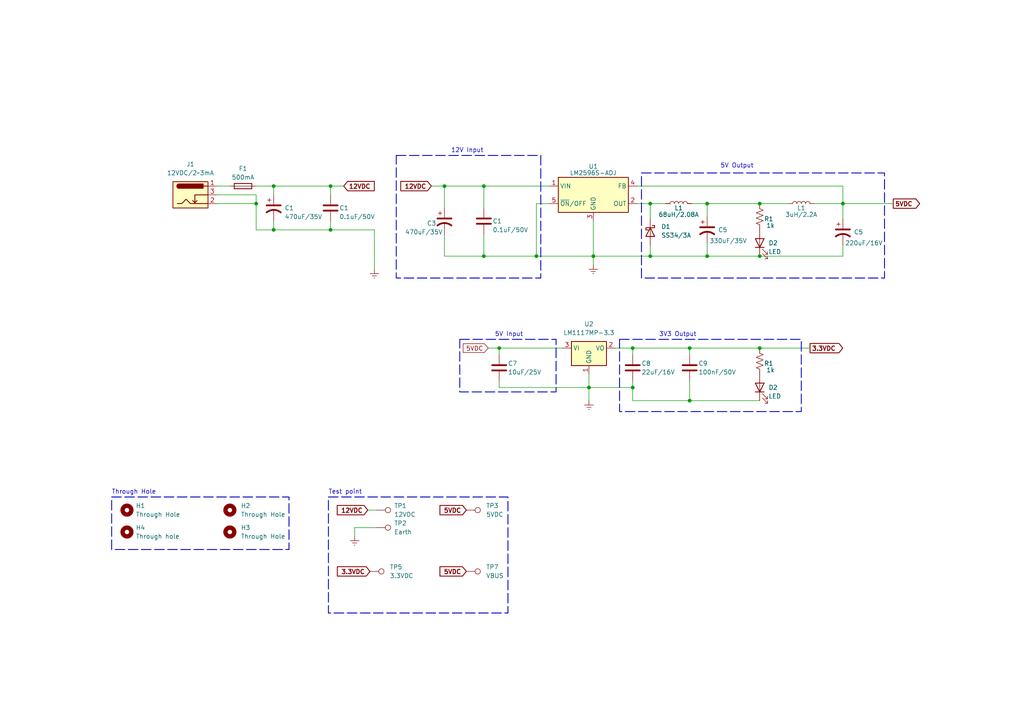
<source format=kicad_sch>
(kicad_sch (version 20230121) (generator eeschema)
  (paper "A4")
  (lib_symbols
    (symbol "Connector:Barrel_Jack_Switch" (pin_names hide)
      (property "Reference" "J" (at 0 5.334 0))
      (property "Value" "Barrel_Jack_Switch" (at 0 -5.08 0))
      (symbol "Barrel_Jack_Switch_0_1"
        (rectangle (start -5.08 3.81) (end 5.08 -3.81) (stroke (width 0.254)) (fill (type background)))
        (arc (start -3.302 3.175) (mid -3.9343 2.54) (end -3.302 1.905) (stroke (width 0.254)))
        (arc (start -3.302 3.175) (mid -3.9343 2.54) (end -3.302 1.905) (stroke (width 0.254)) (fill (type outline)))
        (polyline (pts (xy 1.27 -2.286) (xy 1.905 -1.651)) (stroke (width 0.254)))
        (polyline (pts (xy 5.08 2.54) (xy 3.81 2.54)) (stroke (width 0.254)))
        (polyline (pts (xy 5.08 0) (xy 1.27 0) (xy 1.27 -2.286) (xy 0.635 -1.651)) (stroke (width 0.254)))
        (polyline (pts (xy -3.81 -2.54) (xy -2.54 -2.54) (xy -1.27 -1.27) (xy 0 -2.54) (xy 2.54 -2.54) (xy 5.08 -2.54)) (stroke (width 0.254)))
        (rectangle (start 3.683 3.175) (end -3.302 1.905) (stroke (width 0.254)) (fill (type outline)))
      )
      (symbol "Barrel_Jack_Switch_1_1"
        (pin passive line (at 7.62 2.54 180) (length 2.54) (name "~") (number "1"))
        (pin passive line (at 7.62 -2.54 180) (length 2.54) (name "~") (number "2"))
        (pin passive line (at 7.62 0 180) (length 2.54) (name "~") (number "3"))
      )
    )
    (symbol "Connector:TestPoint" (pin_numbers hide) (pin_names (offset 0.762) hide)
      (property "Reference" "TP" (at 0 6.858 0))
      (property "Value" "TestPoint" (at 0 5.08 0))
      (symbol "TestPoint_0_1"
        (circle (center 0 3.302) (radius 0.762))
      )
      (symbol "TestPoint_1_1"
        (pin passive line (at 0 0 90) (length 2.54) (name "1") (number "1"))
      )
    )
    (symbol "Device:C" (pin_numbers hide) (pin_names (offset 0.254))
      (property "Reference" "C" (at 0.635 2.54 0))
      (property "Value" "C" (at 0.635 -2.54 0))
      (symbol "C_0_1"
        (polyline (pts (xy -2.032 -0.762) (xy 2.032 -0.762)) (stroke (width 0.508)))
        (polyline (pts (xy -2.032 0.762) (xy 2.032 0.762)) (stroke (width 0.508)))
      )
      (symbol "C_1_1"
        (pin passive line (at 0 3.81 270) (length 2.794) (name "~") (number "1"))
        (pin passive line (at 0 -3.81 90) (length 2.794) (name "~") (number "2"))
      )
    )
    (symbol "Device:C_Polarized_US" (pin_numbers hide) (pin_names (offset 0.254) hide)
      (property "Reference" "C" (at 0.635 2.54 0))
      (property "Value" "C_Polarized_US" (at 0.635 -2.54 0))
      (symbol "C_Polarized_US_0_1"
        (polyline (pts (xy -2.032 0.762) (xy 2.032 0.762)) (stroke (width 0.508)))
        (polyline (pts (xy -1.778 2.286) (xy -0.762 2.286)))
        (polyline (pts (xy -1.27 1.778) (xy -1.27 2.794)))
        (arc (start 2.032 -1.27) (mid 0 -0.5572) (end -2.032 -1.27) (stroke (width 0.508)))
      )
      (symbol "C_Polarized_US_1_1"
        (pin passive line (at 0 3.81 270) (length 2.794) (name "~") (number "1"))
        (pin passive line (at 0 -3.81 90) (length 3.302) (name "~") (number "2"))
      )
    )
    (symbol "Device:D_Schottky" (pin_numbers hide) (pin_names (offset 1.016) hide)
      (property "Reference" "D" (at 0 2.54 0))
      (property "Value" "D_Schottky" (at 0 -2.54 0))
      (symbol "D_Schottky_0_1"
        (polyline (pts (xy 1.27 0) (xy -1.27 0)))
        (polyline (pts (xy 1.27 1.27) (xy 1.27 -1.27) (xy -1.27 0) (xy 1.27 1.27)) (stroke (width 0.254)))
        (polyline (pts (xy -1.905 0.635) (xy -1.905 1.27) (xy -1.27 1.27) (xy -1.27 -1.27) (xy -0.635 -1.27) (xy -0.635 -0.635)) (stroke (width 0.254)))
      )
      (symbol "D_Schottky_1_1"
        (pin passive line (at -3.81 0 0) (length 2.54) (name "K") (number "1"))
        (pin passive line (at 3.81 0 180) (length 2.54) (name "A") (number "2"))
      )
    )
    (symbol "Device:Fuse" (pin_numbers hide) (pin_names (offset 0))
      (property "Reference" "F" (at 2.032 0 90))
      (property "Value" "Fuse" (at -1.905 0 90))
      (symbol "Fuse_0_1"
        (rectangle (start -0.762 -2.54) (end 0.762 2.54) (stroke (width 0.254)))
        (polyline (pts (xy 0 2.54) (xy 0 -2.54)))
      )
      (symbol "Fuse_1_1"
        (pin passive line (at 0 3.81 270) (length 1.27) (name "~") (number "1"))
        (pin passive line (at 0 -3.81 90) (length 1.27) (name "~") (number "2"))
      )
    )
    (symbol "Device:L" (pin_numbers hide) (pin_names (offset 1.016) hide)
      (property "Reference" "L" (at -1.27 0 90))
      (property "Value" "L" (at 1.905 0 90))
      (symbol "L_0_1"
        (arc (start 0 -2.54) (mid 0.6323 -1.905) (end 0 -1.27))
        (arc (start 0 -1.27) (mid 0.6323 -0.635) (end 0 0))
        (arc (start 0 0) (mid 0.6323 0.635) (end 0 1.27))
        (arc (start 0 1.27) (mid 0.6323 1.905) (end 0 2.54))
      )
      (symbol "L_1_1"
        (pin passive line (at 0 3.81 270) (length 1.27) (name "1") (number "1"))
        (pin passive line (at 0 -3.81 90) (length 1.27) (name "2") (number "2"))
      )
    )
    (symbol "Device:LED" (pin_numbers hide) (pin_names (offset 1.016) hide)
      (property "Reference" "D" (at 0 2.54 0))
      (property "Value" "LED" (at 0 -2.54 0))
      (symbol "LED_0_1"
        (polyline (pts (xy -1.27 -1.27) (xy -1.27 1.27)) (stroke (width 0.254)))
        (polyline (pts (xy -1.27 0) (xy 1.27 0)))
        (polyline (pts (xy 1.27 -1.27) (xy 1.27 1.27) (xy -1.27 0) (xy 1.27 -1.27)) (stroke (width 0.254)))
        (polyline (pts (xy -3.048 -0.762) (xy -4.572 -2.286) (xy -3.81 -2.286) (xy -4.572 -2.286) (xy -4.572 -1.524)))
        (polyline (pts (xy -1.778 -0.762) (xy -3.302 -2.286) (xy -2.54 -2.286) (xy -3.302 -2.286) (xy -3.302 -1.524)))
      )
      (symbol "LED_1_1"
        (pin passive line (at -3.81 0 0) (length 2.54) (name "K") (number "1"))
        (pin passive line (at 3.81 0 180) (length 2.54) (name "A") (number "2"))
      )
    )
    (symbol "Device:R_US" (pin_numbers hide) (pin_names (offset 0))
      (property "Reference" "R" (at 2.54 0 90))
      (property "Value" "R_US" (at -2.54 0 90))
      (symbol "R_US_0_1"
        (polyline (pts (xy 0 -2.286) (xy 0 -2.54)))
        (polyline (pts (xy 0 2.286) (xy 0 2.54)))
        (polyline (pts (xy 0 -0.762) (xy 1.016 -1.143) (xy 0 -1.524) (xy -1.016 -1.905) (xy 0 -2.286)))
        (polyline (pts (xy 0 0.762) (xy 1.016 0.381) (xy 0 0) (xy -1.016 -0.381) (xy 0 -0.762)))
        (polyline (pts (xy 0 2.286) (xy 1.016 1.905) (xy 0 1.524) (xy -1.016 1.143) (xy 0 0.762)))
      )
      (symbol "R_US_1_1"
        (pin passive line (at 0 3.81 270) (length 1.27) (name "~") (number "1"))
        (pin passive line (at 0 -3.81 90) (length 1.27) (name "~") (number "2"))
      )
    )
    (symbol "Mechanical:MountingHole" (pin_names (offset 1.016))
      (property "Reference" "H" (at 0 5.08 0))
      (property "Value" "MountingHole" (at 0 3.175 0))
      (symbol "MountingHole_0_1"
        (circle (center 0 0) (radius 1.27) (stroke (width 1.27)))
      )
    )
    (symbol "Regulator_Linear:LM1117MP-3.3"
      (property "Reference" "U" (at -3.81 3.175 0))
      (property "Value" "LM1117MP-3.3" (at 0 3.175 0))
      (symbol "LM1117MP-3.3_0_1"
        (rectangle (start -5.08 -5.08) (end 5.08 1.905) (stroke (width 0.254)) (fill (type background)))
      )
      (symbol "LM1117MP-3.3_1_1"
        (pin power_in line (at 0 -7.62 90) (length 2.54) (name "GND") (number "1"))
        (pin power_out line (at 7.62 0 180) (length 2.54) (name "VO") (number "2"))
        (pin power_in line (at -7.62 0 0) (length 2.54) (name "VI") (number "3"))
      )
    )
    (symbol "Regulator_Switching:LM2596S-ADJ"
      (property "Reference" "U" (at -10.16 6.35 0))
      (property "Value" "LM2596S-ADJ" (at 0 6.35 0))
      (symbol "LM2596S-ADJ_0_1"
        (rectangle (start -10.16 5.08) (end 10.16 -5.08) (stroke (width 0.254)) (fill (type background)))
      )
      (symbol "LM2596S-ADJ_1_1"
        (pin power_in line (at -12.7 2.54 0) (length 2.54) (name "VIN") (number "1"))
        (pin output line (at 12.7 -2.54 180) (length 2.54) (name "OUT") (number "2"))
        (pin power_in line (at 0 -7.62 90) (length 2.54) (name "GND") (number "3"))
        (pin input line (at 12.7 2.54 180) (length 2.54) (name "FB") (number "4"))
        (pin input line (at -12.7 -2.54 0) (length 2.54) (name "~{ON}/OFF") (number "5"))
      )
    )
    (symbol "power:Earth" (power) (pin_names (offset 0))
      (symbol "Earth_0_1"
        (polyline (pts (xy -0.635 -1.905) (xy 0.635 -1.905)))
        (polyline (pts (xy -0.127 -2.54) (xy 0.127 -2.54)))
        (polyline (pts (xy 0 -1.27) (xy 0 0)))
        (polyline (pts (xy 1.27 -1.27) (xy -1.27 -1.27)))
      )
      (symbol "Earth_1_1"
        (pin power_in line (at 0 0 270) (length 0) hide (name "Earth") (number "1"))
      )
    )
  )
  (junction (at 79.375 53.975))
  (junction (at 200.025 116.205))
  (junction (at 140.335 74.295))
  (junction (at 188.595 59.055))
  (junction (at 144.78 100.965))
  (junction (at 74.295 59.055))
  (junction (at 220.345 59.055))
  (junction (at 188.595 74.295))
  (junction (at 95.885 53.975))
  (junction (at 155.575 74.295))
  (junction (at 183.515 100.965))
  (junction (at 79.375 66.675))
  (junction (at 140.335 53.975))
  (junction (at 128.905 53.975))
  (junction (at 220.345 100.965))
  (junction (at 172.085 74.295))
  (junction (at 170.815 112.395))
  (junction (at 244.475 59.055))
  (junction (at 220.345 74.295))
  (junction (at 200.025 100.965))
  (junction (at 205.105 74.295))
  (junction (at 183.515 112.395))
  (junction (at 205.105 59.055))
  (junction (at 95.885 66.675))
  (wire (pts (xy 170.815 108.585) (xy 170.815 112.395)))
  (wire (pts (xy 183.515 102.87) (xy 183.515 100.965)))
  (wire (pts (xy 155.575 74.295) (xy 172.085 74.295)))
  (wire (pts (xy 184.785 59.055) (xy 188.595 59.055)))
  (wire (pts (xy 170.815 112.395) (xy 183.515 112.395)))
  (wire (pts (xy 141.605 100.965) (xy 144.78 100.965)))
  (wire (pts (xy 140.335 53.975) (xy 159.385 53.975)))
  (wire (pts (xy 205.105 70.485) (xy 205.105 74.295)))
  (wire (pts (xy 155.575 59.055) (xy 159.385 59.055)))
  (wire (pts (xy 172.085 64.135) (xy 172.085 74.295)))
  (wire (pts (xy 74.295 66.675) (xy 79.375 66.675)))
  (wire (pts (xy 172.085 74.295) (xy 172.085 76.835)))
  (wire (pts (xy 220.345 100.965) (xy 234.95 100.965)))
  (wire (pts (xy 205.105 74.295) (xy 220.345 74.295)))
  (wire (pts (xy 244.475 53.975) (xy 244.475 59.055)))
  (wire (pts (xy 188.595 59.055) (xy 193.04 59.055)))
  (wire (pts (xy 244.475 59.055) (xy 244.475 63.5)))
  (wire (pts (xy 108.585 66.675) (xy 108.585 78.105)))
  (wire (pts (xy 74.295 56.515) (xy 74.295 59.055)))
  (wire (pts (xy 74.295 59.055) (xy 62.865 59.055)))
  (wire (pts (xy 220.345 116.205) (xy 200.025 116.205)))
  (wire (pts (xy 95.885 66.675) (xy 108.585 66.675)))
  (wire (pts (xy 128.905 67.945) (xy 128.905 74.295)))
  (wire (pts (xy 144.78 110.49) (xy 144.78 112.395)))
  (wire (pts (xy 79.375 66.675) (xy 79.375 64.135)))
  (wire (pts (xy 244.475 59.055) (xy 259.08 59.055)))
  (wire (pts (xy 188.595 74.295) (xy 205.105 74.295)))
  (wire (pts (xy 128.905 53.975) (xy 128.905 60.325)))
  (wire (pts (xy 183.515 116.205) (xy 200.025 116.205)))
  (wire (pts (xy 125.095 53.975) (xy 128.905 53.975)))
  (wire (pts (xy 128.905 74.295) (xy 140.335 74.295)))
  (wire (pts (xy 244.475 71.12) (xy 244.475 74.295)))
  (wire (pts (xy 74.295 53.975) (xy 79.375 53.975)))
  (wire (pts (xy 144.78 102.87) (xy 144.78 100.965)))
  (wire (pts (xy 140.335 74.295) (xy 155.575 74.295)))
  (wire (pts (xy 178.435 100.965) (xy 183.515 100.965)))
  (wire (pts (xy 95.885 53.975) (xy 99.695 53.975)))
  (wire (pts (xy 62.865 53.975) (xy 66.675 53.975)))
  (wire (pts (xy 109.22 153.035) (xy 102.87 153.035)))
  (wire (pts (xy 144.78 112.395) (xy 170.815 112.395)))
  (wire (pts (xy 102.87 153.035) (xy 102.87 155.575)))
  (wire (pts (xy 200.025 110.49) (xy 200.025 116.205)))
  (wire (pts (xy 205.105 59.055) (xy 205.105 62.865)))
  (wire (pts (xy 183.515 110.49) (xy 183.515 112.395)))
  (wire (pts (xy 188.595 59.055) (xy 188.595 63.5)))
  (wire (pts (xy 170.815 112.395) (xy 170.815 116.205)))
  (wire (pts (xy 155.575 59.055) (xy 155.575 74.295)))
  (wire (pts (xy 172.085 74.295) (xy 188.595 74.295)))
  (wire (pts (xy 95.885 66.675) (xy 95.885 64.135)))
  (wire (pts (xy 205.105 59.055) (xy 220.345 59.055)))
  (wire (pts (xy 106.68 147.955) (xy 109.22 147.955)))
  (wire (pts (xy 183.515 100.965) (xy 200.025 100.965)))
  (wire (pts (xy 220.345 59.055) (xy 228.6 59.055)))
  (wire (pts (xy 200.025 102.87) (xy 200.025 100.965)))
  (wire (pts (xy 79.375 56.515) (xy 79.375 53.975)))
  (wire (pts (xy 74.295 66.675) (xy 74.295 59.055)))
  (wire (pts (xy 200.66 59.055) (xy 205.105 59.055)))
  (wire (pts (xy 183.515 116.205) (xy 183.515 112.395)))
  (wire (pts (xy 62.865 56.515) (xy 74.295 56.515)))
  (wire (pts (xy 128.905 53.975) (xy 140.335 53.975)))
  (wire (pts (xy 95.885 56.515) (xy 95.885 53.975)))
  (wire (pts (xy 144.78 100.965) (xy 163.195 100.965)))
  (wire (pts (xy 188.595 71.12) (xy 188.595 74.295)))
  (wire (pts (xy 200.025 100.965) (xy 220.345 100.965)))
  (wire (pts (xy 79.375 53.975) (xy 95.885 53.975)))
  (wire (pts (xy 140.335 67.945) (xy 140.335 74.295)))
  (wire (pts (xy 140.335 53.975) (xy 140.335 60.325)))
  (wire (pts (xy 184.785 53.975) (xy 244.475 53.975)))
  (wire (pts (xy 79.375 66.675) (xy 95.885 66.675)))
  (wire (pts (xy 236.22 59.055) (xy 244.475 59.055)))
  (wire (pts (xy 220.345 74.295) (xy 244.475 74.295)))
  (rectangle (start 186.055 50.165) (end 256.54 80.645) (stroke (width 0.254) (type dash)))
  (rectangle (start 114.935 45.085) (end 156.845 80.645) (stroke (width 0.254) (type dash)))
  (rectangle (start 133.35 98.425) (end 161.29 113.665) (stroke (width 0.254) (type dash)))
  (rectangle (start 95.25 144.145) (end 147.32 177.8) (stroke (width 0.254) (type dash)))
  (rectangle (start 179.705 98.425) (end 232.41 119.38) (stroke (width 0.254) (type dash)))
  (rectangle (start 32.385 144.145) (end 83.82 159.385) (stroke (width 0.254) (type dash)))
  (text "12V Input" (at 130.81 44.45 0) (effects (font (size 1.27 1.27)) (justify left bottom)))
  (text "5V Input" (at 143.51 97.79 0) (effects (font (size 1.27 1.27)) (justify left bottom)))
  (text "Through Hole" (at 32.385 143.51 0) (effects (font (size 1.27 1.27)) (justify left bottom)))
  (text "Test point" (at 95.25 143.51 0) (effects (font (size 1.27 1.27)) (justify left bottom)))
  (text "3V3 Output" (at 191.135 97.79 0) (effects (font (size 1.27 1.27)) (justify left bottom)))
  (text "5V Output" (at 208.915 48.895 0) (effects (font (size 1.27 1.27)) (justify left bottom)))
  (global_label "3.3VDC" (shape input) (at 107.315 165.735 180) (effects (font (thickness 0.254) bold)) (property "Intersheetrefs" "${INTERSHEET_REFS}" (effects hide)))
  (global_label "5VDC" (shape input) (at 135.255 165.735 180) (effects (font (thickness 0.254) bold)) (property "Intersheetrefs" "${INTERSHEET_REFS}" (effects hide)))
  (global_label "5VDC" (shape input) (at 141.605 100.965 180) (property "Intersheetrefs" "${INTERSHEET_REFS}" (effects hide)))
  (global_label "5VDC" (shape output) (at 259.08 59.055 0) (effects (font (thickness 0.254) bold)) (property "Intersheetrefs" "${INTERSHEET_REFS}" (effects hide)))
  (global_label "12VDC" (shape input) (at 125.095 53.975 180) (effects (font (thickness 0.254) bold)) (property "Intersheetrefs" "${INTERSHEET_REFS}" (effects hide)))
  (global_label "5VDC" (shape input) (at 135.255 147.955 180) (effects (font (thickness 0.254) bold)) (property "Intersheetrefs" "${INTERSHEET_REFS}" (effects hide)))
  (global_label "3.3VDC" (shape output) (at 234.95 100.965 0) (effects (font (thickness 0.254) bold)) (property "Intersheetrefs" "${INTERSHEET_REFS}" (effects hide)))
  (global_label "12VDC" (shape input) (at 106.68 147.955 180) (effects (font (thickness 0.254) bold)) (property "Intersheetrefs" "${INTERSHEET_REFS}" (effects hide)))
  (global_label "12VDC" (shape input) (at 99.695 53.975 0) (effects (font (thickness 0.254) bold)) (property "Intersheetrefs" "${INTERSHEET_REFS}" (effects hide)))
  (symbol (lib_id "Device:R_US") (at 220.345 104.775 0) (unit 1)
    (property "Reference" "R1" (at 221.615 105.41 0) (effects (justify left)))
    (property "Value" "1k" (at 222.25 107.315 0) (effects (justify left)))
    (property "Footprint" "Resistor_SMD:R_0805_2012Metric" (effects hide))
    (instances (project "LM2596" (path "" (reference "R1") (unit 1))) (project "Relay_Control" (path "" (reference "R1") (unit 1))) (project "PIF_Lab_Internship_Project" (path "" (reference "R1") (unit 1))) (project "DRV8432" (path "" (reference "R1") (unit 1))) (project "Intership_board" (path "" (reference "R2") (unit 1))))
  )
  (symbol (lib_id "Device:C") (at 95.885 60.325 0) (unit 1)
    (property "Reference" "C1" (at 98.425 60.325 0) (effects (justify left)))
    (property "Value" "0.1uF/50V" (at 98.425 62.865 0) (effects (justify left)))
    (property "Footprint" "Capacitor_SMD:C_0805_2012Metric" (effects hide))
    (instances (project "LM2596" (path "" (reference "C1") (unit 1))) (project "Relay_Control" (path "" (reference "C2") (unit 1))) (project "PIF_Lab_Internship_Project" (path "" (reference "C2") (unit 1))) (project "Intership_board" (path "" (reference "C2") (unit 1))))
  )
  (symbol (lib_id "Device:R_US") (at 220.345 62.865 0) (unit 1)
    (property "Reference" "R1" (at 221.615 63.5 0) (effects (justify left)))
    (property "Value" "1k" (at 222.25 65.405 0) (effects (justify left)))
    (property "Footprint" "Resistor_SMD:R_0805_2012Metric" (effects hide))
  )
  (symbol (lib_id "Device:C_Polarized_US") (at 205.105 66.675 0) (unit 1)
    (property "Reference" "C5" (at 208.28 66.675 0) (effects (justify left)))
    (property "Value" "330uF/35V" (at 205.74 69.85 0) (effects (justify left)))
    (property "Footprint" "Capacitor_SMD:CP_Elec_10x10.5" (effects hide))
    (instances (project "Relay_Control" (path "" (reference "C5") (unit 1))) (project "PIF_Lab_Internship_Project" (path "" (reference "C5") (unit 1))) (project "HLK-10M12_220VAC_to_12VDC" (path "" (reference "C2") (unit 1))) (project "Intership_board" (path "" (reference "C5") (unit 1))))
  )
  (symbol (lib_id "Mechanical:MountingHole") (at 36.83 147.955 0) (unit 1)
    (property "Reference" "H1" (at 39.37 146.685 0) (effects (justify left)))
    (property "Value" "Through Hole" (at 39.37 149.225 0) (effects (justify left)))
    (property "Footprint" "MountingHole:MountingHole_2.1mm" (effects hide))
  )
  (symbol (lib_id "Connector:TestPoint") (at 135.255 147.955 270) (unit 1)
    (property "Reference" "TP3" (at 140.97 146.685 90) (effects (justify left)))
    (property "Value" "5VDC" (at 140.97 149.225 90) (effects (justify left)))
    (property "Footprint" "TestPoint:TestPoint_Pad_D2.0mm" (effects hide))
    (instances (project "Relay_Control" (path "" (reference "TP3") (unit 1))) (project "PIF_Lab_Internship_Project" (path "" (reference "TP5") (unit 1))) (project "Intership_board" (path "" (reference "5V2") (unit 1))))
  )
  (symbol (lib_id "Mechanical:MountingHole") (at 36.83 154.305 0) (unit 1)
    (property "Reference" "H4" (at 39.37 153.035 0) (effects (justify left)))
    (property "Value" "Through hole" (at 39.37 155.575 0) (effects (justify left)))
    (property "Footprint" "MountingHole:MountingHole_2.1mm" (effects hide))
    (instances (project "Relay_Control" (path "" (reference "H4") (unit 1))) (project "PIF_Lab_Internship_Project" (path "" (reference "H2") (unit 1))) (project "Intership_board" (path "" (reference "H2") (unit 1))))
  )
  (symbol (lib_id "power:Earth") (at 108.585 78.105 0) (unit 1)
    (property "Reference" "#PWR01" (effects hide))
    (property "Value" "Earth" (effects hide))
    (instances (project "Relay_Control" (path "" (reference "#PWR01") (unit 1))) (project "PIF_Lab_Internship_Project" (path "" (reference "#PWR03") (unit 1))) (project "Intership_board" (path "" (reference "#PWR011") (unit 1))))
  )
  (symbol (lib_id "Device:C_Polarized_US") (at 128.905 64.135 0) (unit 1)
    (property "Reference" "C3" (at 123.825 64.77 0) (effects (justify left)))
    (property "Value" "470uF/35V" (at 117.475 67.31 0) (effects (justify left)))
    (property "Footprint" "Capacitor_SMD:CP_Elec_10x10.5" (effects hide))
    (instances (project "Relay_Control" (path "" (reference "C3") (unit 1))) (project "PIF_Lab_Internship_Project" (path "" (reference "C3") (unit 1))) (project "HLK-10M12_220VAC_to_12VDC" (path "" (reference "C2") (unit 1))) (project "Intership_board" (path "" (reference "C3") (unit 1))))
  )
  (symbol (lib_id "power:Earth") (at 172.085 76.835 0) (unit 1)
    (property "Reference" "#PWR02" (effects hide))
    (property "Value" "Earth" (effects hide))
    (instances (project "Relay_Control" (path "" (reference "#PWR02") (unit 1))) (project "PIF_Lab_Internship_Project" (path "" (reference "#PWR07") (unit 1))) (project "Intership_board" (path "" (reference "#PWR015") (unit 1))))
  )
  (symbol (lib_id "power:Earth") (at 170.815 116.205 0) (unit 1)
    (property "Reference" "#PWR03" (effects hide))
    (property "Value" "Earth" (effects hide))
    (instances (project "Relay_Control" (path "" (reference "#PWR03") (unit 1))) (project "PIF_Lab_Internship_Project" (path "" (reference "#PWR06") (unit 1))) (project "Intership_board" (path "" (reference "#PWR014") (unit 1))))
  )
  (symbol (lib_id "Device:L") (at 232.41 59.055 90) (unit 1)
    (property "Reference" "L1" (at 232.41 60.325 90))
    (property "Value" "3uH/2.2A" (at 232.41 62.23 90))
    (property "Footprint" "Inductor_SMD:L_Coilcraft_LPS3010" (effects hide))
    (instances (project "LM2596" (path "" (reference "L1") (unit 1))) (project "Relay_Control" (path "" (reference "L1") (unit 1))) (project "PIF_Lab_Internship_Project" (path "" (reference "L1") (unit 1))) (project "DRV8432" (path "" (reference "L1") (unit 1))) (project "Intership_board" (path "" (reference "L2") (unit 1))))
  )
  (symbol (lib_id "Device:Fuse") (at 70.485 53.975 90) (unit 1)
    (property "Reference" "F1" (at 70.485 48.895 90))
    (property "Value" "500mA" (at 70.485 51.435 90))
    (property "Footprint" "Fuse:Fuse_1812_4532Metric_Pad1.30x3.40mm_HandSolder" (effects hide))
  )
  (symbol (lib_id "Regulator_Switching:LM2596S-ADJ") (at 172.085 56.515 0) (unit 1)
    (property "Reference" "U1" (at 172.085 48.26 0))
    (property "Value" "LM2596S-ADJ" (at 172.085 50.165 0))
    (property "Footprint" "Package_TO_SOT_SMD:TO-263-5_TabPin3" (effects hide))
    (property "Datasheet" "http://www.ti.com/lit/ds/symlink/lm2596.pdf" (effects hide))
    (instances (project "LM2596" (path "" (reference "U1") (unit 1))) (project "Relay_Control" (path "" (reference "U1") (unit 1))) (project "PIF_Lab_Internship_Project" (path "" (reference "U2") (unit 1))) (project "DRV8432" (path "" (reference "U1") (unit 1))) (project "Intership_board" (path "" (reference "U1") (unit 1))))
  )
  (symbol (lib_id "Device:L") (at 196.85 59.055 90) (unit 1)
    (property "Reference" "L1" (at 196.85 60.325 90))
    (property "Value" "68uH/2.08A" (at 196.85 62.23 90))
    (property "Footprint" "Inductor_SMD:L_Taiyo-Yuden_NR-10050_9.8x10.0mm" (effects hide))
  )
  (symbol (lib_id "Connector:TestPoint") (at 109.22 153.035 270) (unit 1)
    (property "Reference" "TP2" (at 114.3 151.765 90) (effects (justify left)))
    (property "Value" "Earth" (at 114.3 154.305 90) (effects (justify left)))
    (property "Footprint" "TestPoint:TestPoint_Pad_2.0x2.0mm" (effects hide))
    (instances (project "Relay_Control" (path "" (reference "TP2") (unit 1))) (project "PIF_Lab_Internship_Project" (path "" (reference "TP4") (unit 1))) (project "Intership_board" (path "" (reference "GND1") (unit 1))))
  )
  (symbol (lib_id "Connector:TestPoint") (at 107.315 165.735 270) (unit 1)
    (property "Reference" "TP5" (at 113.03 164.465 90) (effects (justify left)))
    (property "Value" "3.3VDC" (at 113.03 167.005 90) (effects (justify left)))
    (property "Footprint" "TestPoint:TestPoint_Pad_D2.0mm" (effects hide))
    (instances (project "Relay_Control" (path "" (reference "TP5") (unit 1))) (project "PIF_Lab_Internship_Project" (path "" (reference "TP1") (unit 1))) (project "Intership_board" (path "" (reference "3V3") (unit 1))))
  )
  (symbol (lib_id "Device:C") (at 140.335 64.135 0) (unit 1)
    (property "Reference" "C1" (at 142.875 64.135 0) (effects (justify left)))
    (property "Value" "0.1uF/50V" (at 142.875 66.675 0) (effects (justify left)))
    (property "Footprint" "Capacitor_SMD:C_0805_2012Metric" (effects hide))
    (instances (project "LM2596" (path "" (reference "C1") (unit 1))) (project "Relay_Control" (path "" (reference "C4") (unit 1))) (project "PIF_Lab_Internship_Project" (path "" (reference "C4") (unit 1))) (project "Intership_board" (path "" (reference "C4") (unit 1))))
  )
  (symbol (lib_id "Device:C") (at 183.515 106.68 0) (unit 1)
    (property "Reference" "C8" (at 186.055 105.41 0) (effects (justify left)))
    (property "Value" "22uF/16V" (at 186.055 107.95 0) (effects (justify left)))
    (property "Footprint" "Capacitor_SMD:C_0805_2012Metric" (effects hide))
    (instances (project "Relay_Control" (path "" (reference "C8") (unit 1))) (project "PIF_Lab_Internship_Project" (path "" (reference "C8") (unit 1))) (project "LM1117_FixedOutput" (path "" (reference "C2") (unit 1))) (project "Intership_board" (path "" (reference "C8") (unit 1))))
  )
  (symbol (lib_id "Connector:TestPoint") (at 109.22 147.955 270) (unit 1)
    (property "Reference" "TP1" (at 114.3 146.685 90) (effects (justify left)))
    (property "Value" "12VDC" (at 114.3 149.225 90) (effects (justify left)))
    (property "Footprint" "TestPoint:TestPoint_Pad_D2.0mm" (effects hide))
    (instances (project "Relay_Control" (path "" (reference "TP1") (unit 1))) (project "PIF_Lab_Internship_Project" (path "" (reference "TP3") (unit 1))) (project "Intership_board" (path "" (reference "12V1") (unit 1))))
  )
  (symbol (lib_id "Connector:TestPoint") (at 135.255 165.735 270) (unit 1)
    (property "Reference" "TP7" (at 140.97 164.465 90) (effects (justify left)))
    (property "Value" "VBUS" (at 140.97 167.005 90) (effects (justify left)))
    (property "Footprint" "TestPoint:TestPoint_Pad_D2.0mm" (effects hide))
    (instances (project "Relay_Control" (path "" (reference "TP7") (unit 1)) (path "" (reference "TP7") (unit 1))) (project "PIF_Lab_Internship_Project" (path "" (reference "TP7") (unit 1))) (project "Intership_board" (path "" (reference "5V4") (unit 1))))
  )
  (symbol (lib_id "Device:C") (at 200.025 106.68 0) (unit 1)
    (property "Reference" "C9" (at 202.565 105.41 0) (effects (justify left)))
    (property "Value" "100nF/50V" (at 202.565 107.95 0) (effects (justify left)))
    (property "Footprint" "Capacitor_SMD:C_0805_2012Metric" (effects hide))
    (instances (project "Relay_Control" (path "" (reference "C9") (unit 1))) (project "PIF_Lab_Internship_Project" (path "" (reference "C9") (unit 1))) (project "LM1117_FixedOutput" (path "" (reference "C3") (unit 1))) (project "Intership_board" (path "" (reference "C9") (unit 1))))
  )
  (symbol (lib_id "Regulator_Linear:LM1117MP-3.3") (at 170.815 100.965 0) (unit 1)
    (property "Reference" "U2" (at 170.815 93.98 0))
    (property "Value" "LM1117MP-3.3" (at 170.815 96.52 0))
    (property "Footprint" "Package_TO_SOT_SMD:SOT-223-3_TabPin2" (effects hide))
    (property "Datasheet" "http://www.ti.com/lit/ds/symlink/lm1117.pdf" (effects hide))
    (instances (project "Relay_Control" (path "" (reference "U2") (unit 1))) (project "PIF_Lab_Internship_Project" (path "" (reference "U1") (unit 1))) (project "LM1117_FixedOutput" (path "" (reference "U2") (unit 1))) (project "Intership_board" (path "" (reference "U2") (unit 1))))
  )
  (symbol (lib_id "Connector:Barrel_Jack_Switch") (at 55.245 56.515 0) (unit 1)
    (property "Reference" "J1" (at 55.245 47.625 0))
    (property "Value" "12VDC/2~3mA" (at 55.245 50.165 0))
    (property "Footprint" "Connector_BarrelJack:BarrelJack_Horizontal" (effects hide))
  )
  (symbol (lib_id "Mechanical:MountingHole") (at 66.675 147.955 0) (unit 1)
    (property "Reference" "H2" (at 69.85 146.685 0) (effects (justify left)))
    (property "Value" "Through Hole" (at 69.85 149.225 0) (effects (justify left)))
    (property "Footprint" "MountingHole:MountingHole_2.1mm" (effects hide))
    (instances (project "Relay_Control" (path "" (reference "H2") (unit 1))) (project "PIF_Lab_Internship_Project" (path "" (reference "H3") (unit 1))) (project "Intership_board" (path "" (reference "H3") (unit 1))))
  )
  (symbol (lib_id "Device:LED") (at 220.345 70.485 90) (unit 1)
    (property "Reference" "D2" (at 222.885 70.485 90) (effects (justify right)))
    (property "Value" "LED" (at 222.885 73.025 90) (effects (justify right)))
    (property "Footprint" "LED_SMD:LED_0805_2012Metric" (effects hide))
  )
  (symbol (lib_id "Device:LED") (at 220.345 112.395 90) (unit 1)
    (property "Reference" "D2" (at 222.885 112.395 90) (effects (justify right)))
    (property "Value" "LED" (at 222.885 114.935 90) (effects (justify right)))
    (property "Footprint" "LED_SMD:LED_0805_2012Metric" (effects hide))
    (instances (project "LM2596" (path "" (reference "D2") (unit 1))) (project "Relay_Control" (path "" (reference "D2") (unit 1))) (project "PIF_Lab_Internship_Project" (path "" (reference "D2") (unit 1))) (project "DRV8432" (path "" (reference "D2") (unit 1))) (project "Intership_board" (path "" (reference "D3") (unit 1))))
  )
  (symbol (lib_id "Device:C") (at 144.78 106.68 0) (unit 1)
    (property "Reference" "C7" (at 147.32 105.41 0) (effects (justify left)))
    (property "Value" "10uF/25V" (at 147.32 107.95 0) (effects (justify left)))
    (property "Footprint" "Capacitor_SMD:C_0805_2012Metric" (effects hide))
    (instances (project "Relay_Control" (path "" (reference "C7") (unit 1))) (project "PIF_Lab_Internship_Project" (path "" (reference "C7") (unit 1))) (project "LM1117_FixedOutput" (path "" (reference "C1") (unit 1))) (project "Intership_board" (path "" (reference "C7") (unit 1))))
  )
  (symbol (lib_id "Device:C_Polarized_US") (at 244.475 67.31 0) (unit 1)
    (property "Reference" "C5" (at 247.65 67.31 0) (effects (justify left)))
    (property "Value" "220uF/16V" (at 245.11 70.485 0) (effects (justify left)))
    (property "Footprint" "Capacitor_Tantalum_SMD:CP_EIA-3528-12_Kemet-T" (effects hide))
    (instances (project "Relay_Control" (path "" (reference "C5") (unit 1))) (project "PIF_Lab_Internship_Project" (path "" (reference "C5") (unit 1))) (project "HLK-10M12_220VAC_to_12VDC" (path "" (reference "C2") (unit 1))) (project "Intership_board" (path "" (reference "C6") (unit 1))))
  )
  (symbol (lib_id "power:Earth") (at 102.87 155.575 0) (unit 1)
    (property "Reference" "#PWR017" (effects hide))
    (property "Value" "Earth" (effects hide))
    (instances (project "Relay_Control" (path "" (reference "#PWR017") (unit 1))) (project "PIF_Lab_Internship_Project" (path "" (reference "#PWR02") (unit 1))) (project "Intership_board" (path "" (reference "#PWR010") (unit 1))))
  )
  (symbol (lib_id "Device:D_Schottky") (at 188.595 67.31 270) (unit 1)
    (property "Reference" "D1" (at 191.77 65.7225 90) (effects (justify left)))
    (property "Value" "SS34/3A" (at 191.77 68.2625 90) (effects (justify left)))
    (property "Footprint" "Diode_SMD:D_SMA" (effects hide))
  )
  (symbol (lib_id "Device:C_Polarized_US") (at 79.375 60.325 0) (unit 1)
    (property "Reference" "C1" (at 82.55 60.325 0) (effects (justify left)))
    (property "Value" "470uF/35V" (at 82.55 62.865 0) (effects (justify left)))
    (property "Footprint" "Capacitor_SMD:CP_Elec_10x10.5" (effects hide))
    (instances (project "Relay_Control" (path "" (reference "C1") (unit 1))) (project "PIF_Lab_Internship_Project" (path "" (reference "C1") (unit 1))) (project "HLK-10M12_220VAC_to_12VDC" (path "" (reference "C2") (unit 1))) (project "Intership_board" (path "" (reference "C1") (unit 1))))
  )
  (symbol (lib_id "Mechanical:MountingHole") (at 66.675 154.305 0) (unit 1)
    (property "Reference" "H3" (at 69.85 153.035 0) (effects (justify left)))
    (property "Value" "Through Hole" (at 69.85 155.575 0) (effects (justify left)))
    (property "Footprint" "MountingHole:MountingHole_2.1mm" (effects hide))
    (instances (project "Relay_Control" (path "" (reference "H3") (unit 1))) (project "PIF_Lab_Internship_Project" (path "" (reference "H4") (unit 1))) (project "Intership_board" (path "" (reference "H4") (unit 1))))
  )
)
</source>
